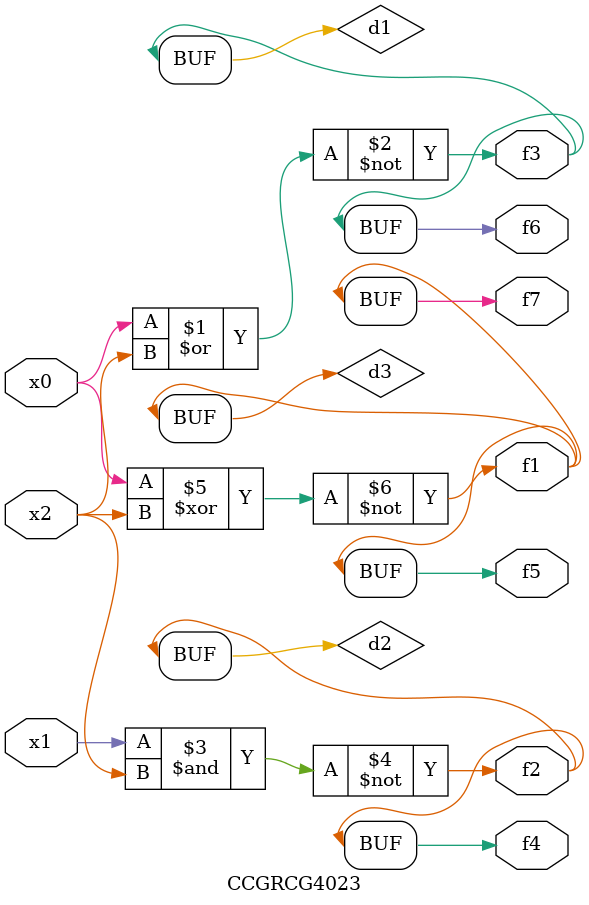
<source format=v>
module CCGRCG4023(
	input x0, x1, x2,
	output f1, f2, f3, f4, f5, f6, f7
);

	wire d1, d2, d3;

	nor (d1, x0, x2);
	nand (d2, x1, x2);
	xnor (d3, x0, x2);
	assign f1 = d3;
	assign f2 = d2;
	assign f3 = d1;
	assign f4 = d2;
	assign f5 = d3;
	assign f6 = d1;
	assign f7 = d3;
endmodule

</source>
